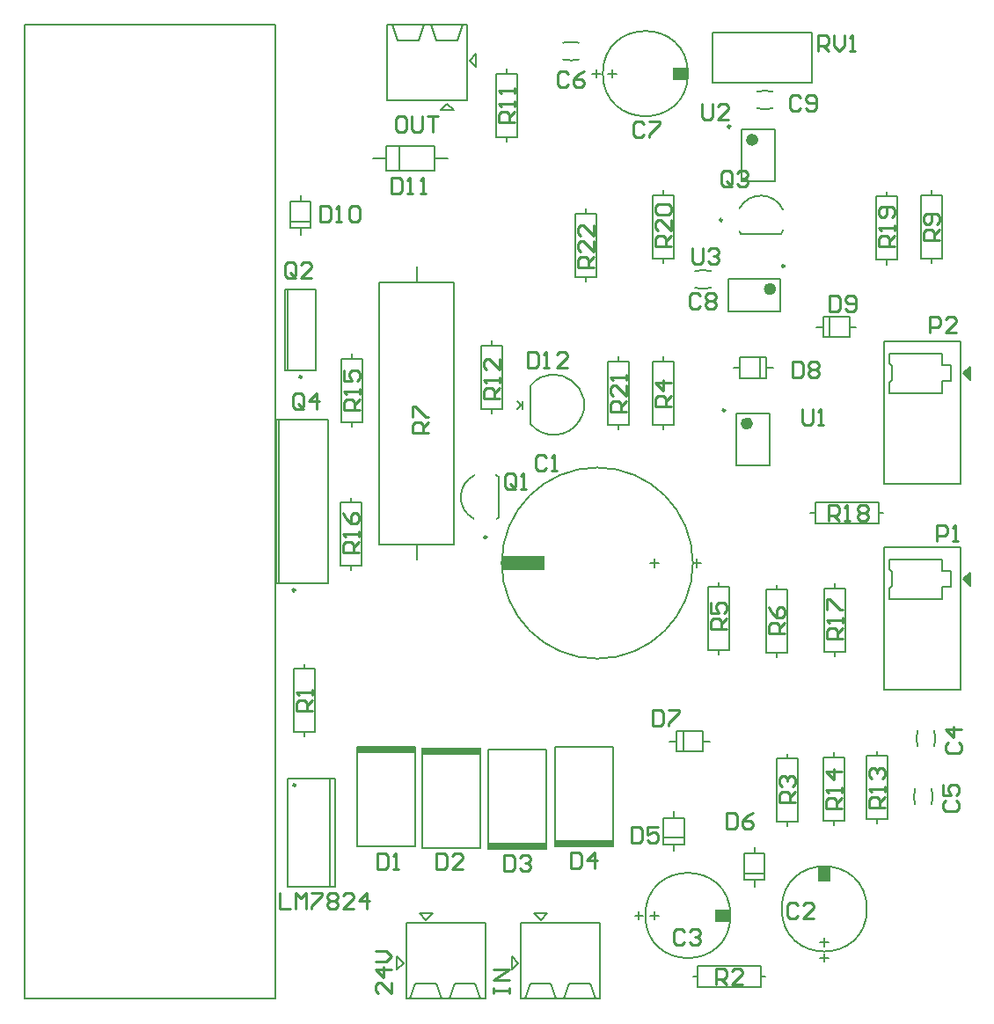
<source format=gto>
G04*
G04 #@! TF.GenerationSoftware,Altium Limited,Altium Designer,20.0.13 (296)*
G04*
G04 Layer_Color=65535*
%FSLAX42Y42*%
%MOMM*%
G71*
G01*
G75*
%ADD10C,0.20*%
%ADD11C,0.25*%
%ADD12C,0.60*%
%ADD13C,0.15*%
%ADD14C,0.13*%
%ADD15C,0.20*%
%ADD16C,0.25*%
%ADD17R,1.40X1.20*%
%ADD18R,4.13X1.40*%
%ADD19R,1.20X1.40*%
%ADD20R,5.60X0.80*%
%ADD21R,5.60X0.80*%
G36*
X9047Y4051D02*
X9111Y4115D01*
Y3988D01*
X9047Y4051D01*
D02*
G37*
G36*
Y6033D02*
X9111Y6096D01*
Y5969D01*
X9047Y6033D01*
D02*
G37*
D10*
X6397Y8915D02*
G03*
X6397Y8915I-410J0D01*
G01*
X5193Y9052D02*
G03*
X5348Y9052I78J290D01*
G01*
Y9211D02*
G03*
X5193Y9211I-78J-290D01*
G01*
X6444Y4204D02*
G03*
X6444Y4204I-920J0D01*
G01*
X4346Y5052D02*
G03*
X4335Y4631I99J-213D01*
G01*
X4579Y5032D02*
G03*
X4544Y5052I-134J-193D01*
G01*
X4555Y4631D02*
G03*
X4579Y4645I-110J208D01*
G01*
X5342Y5560D02*
G03*
X4882Y5912I-237J167D01*
G01*
X4883Y5542D02*
G03*
X5352Y5576I223J186D01*
G01*
X6463Y6854D02*
G03*
X6618Y6854I78J290D01*
G01*
Y7014D02*
G03*
X6463Y7014I-78J-290D01*
G01*
X7215Y8741D02*
G03*
X7060Y8741I-78J-290D01*
G01*
Y8582D02*
G03*
X7215Y8582I78J290D01*
G01*
X8607Y2592D02*
G03*
X8607Y2437I290J-78D01*
G01*
X8767D02*
G03*
X8767Y2592I-290J78D01*
G01*
X8741Y1878D02*
G03*
X8741Y2033I-290J78D01*
G01*
X8582D02*
G03*
X8582Y1878I290J-78D01*
G01*
X8119Y876D02*
G03*
X8119Y876I-410J0D01*
G01*
X6806Y813D02*
G03*
X6806Y813I-410J0D01*
G01*
X6892Y7396D02*
G03*
X6906Y7372I208J110D01*
G01*
X7293D02*
G03*
X7312Y7406I-193J134D01*
G01*
X7312Y7605D02*
G03*
X6892Y7616I-213J-99D01*
G01*
X5627Y8915D02*
X5707D01*
X5667Y8875D02*
Y8955D01*
X5477Y8915D02*
X5557D01*
X5517Y8875D02*
Y8955D01*
X3616Y7985D02*
Y8220D01*
X3362Y8103D02*
X3489D01*
X3954D02*
X4081D01*
X3954Y7985D02*
Y8220D01*
X3489Y7985D02*
X3954D01*
X3489D02*
Y8220D01*
X3954D01*
X2767Y7429D02*
Y7683D01*
X2567Y7429D02*
Y7683D01*
Y7429D02*
X2767D01*
X2567Y7683D02*
X2767D01*
X2567Y7493D02*
X2767D01*
X2667Y7363D02*
Y7429D01*
Y7683D02*
Y7747D01*
X2431Y4010D02*
X2931D01*
X2431Y5589D02*
X2931D01*
Y4010D02*
Y5589D01*
X2431Y4010D02*
Y5589D01*
X2459Y4010D02*
Y5589D01*
X3785Y4236D02*
Y4386D01*
X3425D02*
X4145D01*
Y6906D01*
X3425Y4386D02*
Y6906D01*
X4145D01*
X3785D02*
Y7056D01*
X6484Y4164D02*
Y4244D01*
X6444Y4204D02*
X6524D01*
X6035D02*
X6115D01*
X6075Y4164D02*
Y4244D01*
X4579Y4645D02*
Y5032D01*
X4877Y5550D02*
Y5906D01*
X6786Y6942D02*
X7286D01*
X6786Y6622D02*
X7286D01*
Y6942D01*
X6786Y6622D02*
Y6942D01*
X6914Y7878D02*
Y8378D01*
X7234Y7878D02*
Y8378D01*
X6914D02*
X7234D01*
X6914Y7878D02*
X7234D01*
X6636Y8826D02*
Y9309D01*
X7588D01*
X6636Y8826D02*
X7588D01*
Y9309D01*
X7696Y6377D02*
X7950D01*
X7696Y6577D02*
X7950D01*
X7696Y6377D02*
Y6577D01*
X7950Y6377D02*
Y6577D01*
X7760Y6377D02*
Y6577D01*
X7630Y6477D02*
X7696D01*
X7950D02*
X8014D01*
X6896Y6183D02*
X7150D01*
X6896Y5983D02*
X7150D01*
Y6183D01*
X6896Y5983D02*
Y6183D01*
X7087Y5983D02*
Y6183D01*
X7150Y6083D02*
X7216D01*
X6833D02*
X6896D01*
X6863Y5147D02*
Y5648D01*
X7183Y5147D02*
Y5648D01*
X6863D02*
X7183D01*
X6863Y5147D02*
X7183D01*
X6287Y2389D02*
X6540D01*
X6287Y2589D02*
X6540D01*
X6287Y2389D02*
Y2589D01*
X6540Y2389D02*
Y2589D01*
X6350Y2389D02*
Y2589D01*
X6220Y2489D02*
X6287D01*
X6540D02*
X6604D01*
X6361Y1499D02*
Y1753D01*
X6161Y1499D02*
Y1753D01*
Y1499D02*
X6361D01*
X6161Y1753D02*
X6361D01*
X6161Y1562D02*
X6361D01*
X6261Y1433D02*
Y1499D01*
Y1753D02*
Y1816D01*
X7136Y1156D02*
Y1410D01*
X6936Y1156D02*
Y1410D01*
Y1156D02*
X7136D01*
X6936Y1410D02*
X7136D01*
X6936Y1219D02*
X7136D01*
X7036Y1090D02*
Y1156D01*
Y1410D02*
Y1473D01*
X7709Y516D02*
Y596D01*
X7669Y556D02*
X7749D01*
X7709Y366D02*
Y446D01*
X7669Y406D02*
X7749D01*
X6036Y813D02*
X6116D01*
X6076Y773D02*
Y853D01*
X5886Y813D02*
X5966D01*
X5926Y773D02*
Y853D01*
X5118Y1476D02*
Y2436D01*
X5677Y1476D02*
Y2436D01*
X5118D02*
X5677D01*
X4470Y1450D02*
Y2410D01*
X5030Y1450D02*
Y2410D01*
X4470D02*
X5030D01*
X4395Y1463D02*
Y2423D01*
X3835Y1463D02*
Y2423D01*
Y1463D02*
X4395D01*
X3772Y1476D02*
Y2436D01*
X3213Y1476D02*
Y2436D01*
Y1476D02*
X3772D01*
X2547Y6062D02*
Y6842D01*
X2516Y6062D02*
Y6842D01*
X2816Y6062D02*
Y6842D01*
X2516D02*
X2816D01*
X2516Y6062D02*
X2816D01*
X3003Y1093D02*
Y2133D01*
X2543Y1093D02*
X3003D01*
X2543D02*
Y2133D01*
X3003D01*
X2953Y1093D02*
Y2133D01*
X6906Y7372D02*
X7293D01*
D11*
X2616Y3944D02*
G03*
X2616Y3944I-12J0D01*
G01*
X4458Y4454D02*
G03*
X4458Y4454I-12J0D01*
G01*
X7326Y7064D02*
G03*
X7326Y7064I-12J0D01*
G01*
X6804Y8406D02*
G03*
X6804Y8406I-12J0D01*
G01*
X6753Y5676D02*
G03*
X6753Y5676I-12J0D01*
G01*
X2680Y5997D02*
G03*
X2680Y5997I-12J0D01*
G01*
X2620Y2068D02*
G03*
X2620Y2068I-12J0D01*
G01*
X6727Y7506D02*
G03*
X6727Y7506I-12J0D01*
G01*
D12*
X7216Y6842D02*
G03*
X7216Y6842I-30J0D01*
G01*
X7044Y8278D02*
G03*
X7044Y8278I-30J0D01*
G01*
X6993Y5547D02*
G03*
X6993Y5547I-30J0D01*
G01*
D13*
X4648Y8261D02*
Y8306D01*
Y8915D02*
Y8961D01*
X4547Y8306D02*
Y8915D01*
Y8306D02*
X4750D01*
Y8915D01*
X4547D02*
X4750D01*
X2705Y2533D02*
Y2578D01*
Y3188D02*
Y3233D01*
X2603Y2578D02*
Y3188D01*
Y2578D02*
X2807D01*
Y3188D01*
X2603D02*
X2807D01*
X3150Y4788D02*
Y4833D01*
Y4133D02*
Y4178D01*
X3251D02*
Y4788D01*
X3048D02*
X3251D01*
X3048Y4178D02*
Y4788D01*
Y4178D02*
X3251D01*
X3162Y5517D02*
Y5563D01*
Y6172D02*
Y6217D01*
X3061Y5563D02*
Y6172D01*
Y5563D02*
X3264D01*
Y6172D01*
X3061D02*
X3264D01*
X4508Y5644D02*
Y5690D01*
Y6299D02*
Y6344D01*
X4407Y5690D02*
Y6299D01*
Y5690D02*
X4610D01*
Y6299D01*
X4407D02*
X4610D01*
X6160Y5492D02*
Y5537D01*
Y6147D02*
Y6192D01*
X6058Y5537D02*
Y6147D01*
Y5537D02*
X6261D01*
Y6147D01*
X6058D02*
X6261D01*
X5728Y5492D02*
Y5537D01*
Y6147D02*
Y6192D01*
X5626Y5537D02*
Y6147D01*
Y5537D02*
X5829D01*
Y6147D01*
X5626D02*
X5829D01*
X5410Y6914D02*
Y6960D01*
Y7569D02*
Y7614D01*
X5309Y6960D02*
Y7569D01*
Y6960D02*
X5512D01*
Y7569D01*
X5309D02*
X5512D01*
X6160Y7092D02*
Y7137D01*
Y7747D02*
Y7792D01*
X6058Y7137D02*
Y7747D01*
Y7137D02*
X6261D01*
Y7747D01*
X6058D02*
X6261D01*
X8306Y7734D02*
Y7780D01*
Y7079D02*
Y7125D01*
X8407D02*
Y7734D01*
X8204D02*
X8407D01*
X8204Y7125D02*
Y7734D01*
Y7125D02*
X8407D01*
X8738Y7092D02*
Y7137D01*
Y7747D02*
Y7792D01*
X8636Y7137D02*
Y7747D01*
Y7137D02*
X8839D01*
Y7747D01*
X8636D02*
X8839D01*
X7575Y4686D02*
X7620D01*
X8230D02*
X8275D01*
X7620Y4788D02*
X8230D01*
X7620Y4585D02*
Y4788D01*
Y4585D02*
X8230D01*
Y4788D01*
X6693Y3320D02*
Y3365D01*
Y3975D02*
Y4020D01*
X6591Y3365D02*
Y3975D01*
Y3365D02*
X6794D01*
Y3975D01*
X6591D02*
X6794D01*
X7252Y3950D02*
Y3995D01*
Y3295D02*
Y3340D01*
X7353D02*
Y3950D01*
X7150D02*
X7353D01*
X7150Y3340D02*
Y3950D01*
Y3340D02*
X7353D01*
X7811Y3308D02*
Y3353D01*
Y3962D02*
Y4008D01*
X7709Y3353D02*
Y3962D01*
Y3353D02*
X7912D01*
Y3962D01*
X7709D02*
X7912D01*
X8217Y2350D02*
Y2395D01*
Y1695D02*
Y1740D01*
X8318D02*
Y2350D01*
X8115D02*
X8318D01*
X8115Y1740D02*
Y2350D01*
Y1740D02*
X8318D01*
X7798Y1682D02*
Y1727D01*
Y2337D02*
Y2382D01*
X7696Y1727D02*
Y2337D01*
Y1727D02*
X7899D01*
Y2337D01*
X7696D02*
X7899D01*
X7099Y229D02*
X7145D01*
X6444D02*
X6490D01*
Y127D02*
X7099D01*
Y330D01*
X6490D02*
X7099D01*
X6490Y127D02*
Y330D01*
X7353Y2324D02*
Y2369D01*
Y1669D02*
Y1715D01*
X7455D02*
Y2324D01*
X7252D02*
X7455D01*
X7252Y1715D02*
Y2324D01*
Y1715D02*
X7455D01*
X4801Y5690D02*
Y5766D01*
Y5740D01*
X4750Y5690D01*
X4788Y5728D01*
X4750Y5766D01*
D14*
X4293Y9042D02*
X4356Y9106D01*
Y8979D02*
Y9106D01*
X4293Y9042D02*
X4356Y8979D01*
X4077Y8628D02*
X4140Y8565D01*
X4013D02*
X4140D01*
X4013D02*
X4077Y8628D01*
X3502Y8657D02*
X4267D01*
Y9387D01*
X3502D02*
X4267D01*
X3502Y8657D02*
Y9387D01*
X3927D02*
X3977Y9237D01*
X4177D02*
X4227Y9387D01*
X3977Y9237D02*
X4177D01*
X3552Y9387D02*
X3602Y9237D01*
X3802D02*
X3852Y9387D01*
X3602Y9237D02*
X3802D01*
X9017Y2984D02*
Y4356D01*
X8280D02*
X9017D01*
X9111Y3988D02*
Y4115D01*
X9047Y4051D02*
X9111Y4115D01*
X9047Y4051D02*
X9111Y3988D01*
X8280Y2984D02*
X9017D01*
X8280D02*
Y4356D01*
X8357Y3981D02*
Y4121D01*
X8331Y3861D02*
X8839D01*
Y3975D01*
X8928D01*
Y4128D01*
X8839D02*
X8928D01*
X8839D02*
Y4242D01*
X8331D02*
X8839D01*
X8331Y3956D02*
X8357Y3981D01*
X8331Y3861D02*
Y3956D01*
Y4147D02*
X8357Y4121D01*
X8331Y4147D02*
Y4242D01*
X9017Y4966D02*
Y6337D01*
X8280D02*
X9017D01*
X9111Y5969D02*
Y6096D01*
X9047Y6033D02*
X9111Y6096D01*
X9047Y6033D02*
X9111Y5969D01*
X8280Y4966D02*
X9017D01*
X8280D02*
Y6337D01*
X8357Y5963D02*
Y6102D01*
X8331Y5842D02*
X8839D01*
Y5956D01*
X8928D01*
Y6109D01*
X8839D02*
X8928D01*
X8839D02*
Y6223D01*
X8331D02*
X8839D01*
X8331Y5937D02*
X8357Y5963D01*
X8331Y5842D02*
Y5937D01*
Y6128D02*
X8357Y6102D01*
X8331Y6128D02*
Y6223D01*
X4699Y292D02*
X4762Y356D01*
X4699Y292D02*
Y419D01*
X4762Y356D01*
X4915Y833D02*
X4978Y770D01*
X4915Y833D02*
X5042D01*
X4978Y770D02*
X5042Y833D01*
X4788Y741D02*
X5553D01*
X4788Y11D02*
Y741D01*
Y11D02*
X5553D01*
Y741D01*
X5078Y161D02*
X5128Y11D01*
X4828D02*
X4878Y161D01*
X5078D01*
X5453D02*
X5503Y11D01*
X5203D02*
X5253Y161D01*
X5453D01*
X3594Y292D02*
X3658Y356D01*
X3594Y292D02*
Y419D01*
X3658Y356D01*
X3810Y833D02*
X3874Y770D01*
X3810Y833D02*
X3937D01*
X3874Y770D02*
X3937Y833D01*
X3683Y741D02*
X4449D01*
X3683Y11D02*
Y741D01*
Y11D02*
X4449D01*
Y741D01*
X3974Y161D02*
X4024Y11D01*
X3723D02*
X3774Y161D01*
X3974D01*
X4349D02*
X4398Y11D01*
X4098D02*
X4149Y161D01*
X4349D01*
D15*
X15Y15D02*
Y9383D01*
X2426D01*
Y13D02*
Y9383D01*
X13Y13D02*
X2426D01*
D16*
X5029Y5220D02*
X5004Y5245D01*
X4953D01*
X4928Y5220D01*
Y5118D01*
X4953Y5093D01*
X5004D01*
X5029Y5118D01*
X5080Y5093D02*
X5131D01*
X5105D01*
Y5245D01*
X5080Y5220D01*
X6439Y7239D02*
Y7112D01*
X6464Y7087D01*
X6515D01*
X6541Y7112D01*
Y7239D01*
X6591Y7214D02*
X6617Y7239D01*
X6667D01*
X6693Y7214D01*
Y7188D01*
X6667Y7163D01*
X6642D01*
X6667D01*
X6693Y7137D01*
Y7112D01*
X6667Y7087D01*
X6617D01*
X6591Y7112D01*
X6528Y8623D02*
Y8496D01*
X6553Y8471D01*
X6604D01*
X6629Y8496D01*
Y8623D01*
X6782Y8471D02*
X6680D01*
X6782Y8572D01*
Y8598D01*
X6756Y8623D01*
X6706D01*
X6680Y8598D01*
X7493Y5690D02*
Y5563D01*
X7518Y5537D01*
X7569D01*
X7595Y5563D01*
Y5690D01*
X7645Y5537D02*
X7696D01*
X7671D01*
Y5690D01*
X7645Y5664D01*
X7645Y9131D02*
Y9284D01*
X7722D01*
X7747Y9258D01*
Y9207D01*
X7722Y9182D01*
X7645D01*
X7696D02*
X7747Y9131D01*
X7798Y9284D02*
Y9182D01*
X7849Y9131D01*
X7899Y9182D01*
Y9284D01*
X7950Y9131D02*
X8001D01*
X7976D01*
Y9284D01*
X7950Y9258D01*
X5486Y7049D02*
X5334D01*
Y7125D01*
X5359Y7150D01*
X5410D01*
X5436Y7125D01*
Y7049D01*
Y7099D02*
X5486Y7150D01*
Y7302D02*
Y7201D01*
X5385Y7302D01*
X5359D01*
X5334Y7277D01*
Y7226D01*
X5359Y7201D01*
X5486Y7455D02*
Y7353D01*
X5385Y7455D01*
X5359D01*
X5334Y7429D01*
Y7379D01*
X5359Y7353D01*
X5804Y5664D02*
X5652D01*
Y5740D01*
X5677Y5766D01*
X5728D01*
X5753Y5740D01*
Y5664D01*
Y5715D02*
X5804Y5766D01*
Y5918D02*
Y5817D01*
X5702Y5918D01*
X5677D01*
X5652Y5893D01*
Y5842D01*
X5677Y5817D01*
X5804Y5969D02*
Y6020D01*
Y5994D01*
X5652D01*
X5677Y5969D01*
X6236Y7252D02*
X6083D01*
Y7328D01*
X6109Y7353D01*
X6160D01*
X6185Y7328D01*
Y7252D01*
Y7303D02*
X6236Y7353D01*
Y7506D02*
Y7404D01*
X6134Y7506D01*
X6109D01*
X6083Y7480D01*
Y7430D01*
X6109Y7404D01*
Y7556D02*
X6083Y7582D01*
Y7633D01*
X6109Y7658D01*
X6210D01*
X6236Y7633D01*
Y7582D01*
X6210Y7556D01*
X6109D01*
X8382Y7252D02*
X8230D01*
Y7328D01*
X8255Y7353D01*
X8306D01*
X8331Y7328D01*
Y7252D01*
Y7303D02*
X8382Y7353D01*
Y7404D02*
Y7455D01*
Y7430D01*
X8230D01*
X8255Y7404D01*
X8357Y7531D02*
X8382Y7556D01*
Y7607D01*
X8357Y7633D01*
X8255D01*
X8230Y7607D01*
Y7556D01*
X8255Y7531D01*
X8280D01*
X8306Y7556D01*
Y7633D01*
X7747Y4610D02*
Y4762D01*
X7823D01*
X7849Y4737D01*
Y4686D01*
X7823Y4661D01*
X7747D01*
X7798D02*
X7849Y4610D01*
X7899D02*
X7950D01*
X7925D01*
Y4762D01*
X7899Y4737D01*
X8026D02*
X8052Y4762D01*
X8103D01*
X8128Y4737D01*
Y4712D01*
X8103Y4686D01*
X8128Y4661D01*
Y4636D01*
X8103Y4610D01*
X8052D01*
X8026Y4636D01*
Y4661D01*
X8052Y4686D01*
X8026Y4712D01*
Y4737D01*
X8052Y4686D02*
X8103D01*
X7887Y3480D02*
X7734D01*
Y3556D01*
X7760Y3581D01*
X7811D01*
X7836Y3556D01*
Y3480D01*
Y3531D02*
X7887Y3581D01*
Y3632D02*
Y3683D01*
Y3658D01*
X7734D01*
X7760Y3632D01*
X7734Y3759D02*
Y3861D01*
X7760D01*
X7861Y3759D01*
X7887D01*
X3226Y4305D02*
X3073D01*
Y4382D01*
X3099Y4407D01*
X3150D01*
X3175Y4382D01*
Y4305D01*
Y4356D02*
X3226Y4407D01*
Y4458D02*
Y4508D01*
Y4483D01*
X3073D01*
X3099Y4458D01*
X3073Y4686D02*
X3099Y4635D01*
X3150Y4585D01*
X3200D01*
X3226Y4610D01*
Y4661D01*
X3200Y4686D01*
X3175D01*
X3150Y4661D01*
Y4585D01*
X3238Y5677D02*
X3086D01*
Y5753D01*
X3112Y5779D01*
X3162D01*
X3188Y5753D01*
Y5677D01*
Y5728D02*
X3238Y5779D01*
Y5829D02*
Y5880D01*
Y5855D01*
X3086D01*
X3112Y5829D01*
X3086Y6058D02*
Y5956D01*
X3162D01*
X3137Y6007D01*
Y6032D01*
X3162Y6058D01*
X3213D01*
X3238Y6032D01*
Y5982D01*
X3213Y5956D01*
X7874Y1842D02*
X7722D01*
Y1918D01*
X7747Y1943D01*
X7798D01*
X7823Y1918D01*
Y1842D01*
Y1892D02*
X7874Y1943D01*
Y1994D02*
Y2045D01*
Y2019D01*
X7722D01*
X7747Y1994D01*
X7874Y2197D02*
X7722D01*
X7798Y2121D01*
Y2222D01*
X8293Y1854D02*
X8141D01*
Y1930D01*
X8166Y1956D01*
X8217D01*
X8242Y1930D01*
Y1854D01*
Y1905D02*
X8293Y1956D01*
Y2007D02*
Y2057D01*
Y2032D01*
X8141D01*
X8166Y2007D01*
Y2134D02*
X8141Y2159D01*
Y2210D01*
X8166Y2235D01*
X8192D01*
X8217Y2210D01*
Y2184D01*
Y2210D01*
X8242Y2235D01*
X8268D01*
X8293Y2210D01*
Y2159D01*
X8268Y2134D01*
X4585Y5791D02*
X4432D01*
Y5867D01*
X4458Y5893D01*
X4508D01*
X4534Y5867D01*
Y5791D01*
Y5842D02*
X4585Y5893D01*
Y5944D02*
Y5994D01*
Y5969D01*
X4432D01*
X4458Y5944D01*
X4585Y6172D02*
Y6071D01*
X4483Y6172D01*
X4458D01*
X4432Y6147D01*
Y6096D01*
X4458Y6071D01*
X4724Y8446D02*
X4572D01*
Y8522D01*
X4597Y8547D01*
X4648D01*
X4674Y8522D01*
Y8446D01*
Y8496D02*
X4724Y8547D01*
Y8598D02*
Y8649D01*
Y8623D01*
X4572D01*
X4597Y8598D01*
X4724Y8725D02*
Y8776D01*
Y8750D01*
X4572D01*
X4597Y8725D01*
X8814Y7315D02*
X8661D01*
Y7391D01*
X8687Y7417D01*
X8738D01*
X8763Y7391D01*
Y7315D01*
Y7366D02*
X8814Y7417D01*
X8788Y7468D02*
X8814Y7493D01*
Y7544D01*
X8788Y7569D01*
X8687D01*
X8661Y7544D01*
Y7493D01*
X8687Y7468D01*
X8712D01*
X8738Y7493D01*
Y7569D01*
X3899Y5461D02*
X3747D01*
Y5537D01*
X3772Y5563D01*
X3823D01*
X3848Y5537D01*
Y5461D01*
Y5512D02*
X3899Y5563D01*
X3747Y5613D02*
Y5715D01*
X3772D01*
X3873Y5613D01*
X3899D01*
X7328Y3531D02*
X7176D01*
Y3607D01*
X7201Y3632D01*
X7252D01*
X7277Y3607D01*
Y3531D01*
Y3581D02*
X7328Y3632D01*
X7176Y3785D02*
X7201Y3734D01*
X7252Y3683D01*
X7302D01*
X7328Y3708D01*
Y3759D01*
X7302Y3785D01*
X7277D01*
X7252Y3759D01*
Y3683D01*
X6769Y3569D02*
X6617D01*
Y3645D01*
X6642Y3670D01*
X6693D01*
X6718Y3645D01*
Y3569D01*
Y3620D02*
X6769Y3670D01*
X6617Y3823D02*
Y3721D01*
X6693D01*
X6668Y3772D01*
Y3797D01*
X6693Y3823D01*
X6744D01*
X6769Y3797D01*
Y3746D01*
X6744Y3721D01*
X6236Y5715D02*
X6083D01*
Y5791D01*
X6109Y5817D01*
X6160D01*
X6185Y5791D01*
Y5715D01*
Y5766D02*
X6236Y5817D01*
Y5944D02*
X6083D01*
X6160Y5867D01*
Y5969D01*
X7429Y1905D02*
X7277D01*
Y1981D01*
X7303Y2007D01*
X7353D01*
X7379Y1981D01*
Y1905D01*
Y1956D02*
X7429Y2007D01*
X7303Y2057D02*
X7277Y2083D01*
Y2134D01*
X7303Y2159D01*
X7328D01*
X7353Y2134D01*
Y2108D01*
Y2134D01*
X7379Y2159D01*
X7404D01*
X7429Y2134D01*
Y2083D01*
X7404Y2057D01*
X6668Y152D02*
Y305D01*
X6744D01*
X6769Y279D01*
Y229D01*
X6744Y203D01*
X6668D01*
X6718D02*
X6769Y152D01*
X6921D02*
X6820D01*
X6921Y254D01*
Y279D01*
X6896Y305D01*
X6845D01*
X6820Y279D01*
X2781Y2781D02*
X2629D01*
Y2858D01*
X2654Y2883D01*
X2705D01*
X2730Y2858D01*
Y2781D01*
Y2832D02*
X2781Y2883D01*
Y2934D02*
Y2984D01*
Y2959D01*
X2629D01*
X2654Y2934D01*
X2692Y5715D02*
Y5817D01*
X2667Y5842D01*
X2616D01*
X2591Y5817D01*
Y5715D01*
X2616Y5690D01*
X2667D01*
X2642Y5740D02*
X2692Y5690D01*
X2667D02*
X2692Y5715D01*
X2819Y5690D02*
Y5842D01*
X2743Y5766D01*
X2845D01*
X6817Y7854D02*
Y7955D01*
X6792Y7981D01*
X6741D01*
X6716Y7955D01*
Y7854D01*
X6741Y7828D01*
X6792D01*
X6767Y7879D02*
X6817Y7828D01*
X6792D02*
X6817Y7854D01*
X6868Y7955D02*
X6894Y7981D01*
X6944D01*
X6970Y7955D01*
Y7930D01*
X6944Y7904D01*
X6919D01*
X6944D01*
X6970Y7879D01*
Y7854D01*
X6944Y7828D01*
X6894D01*
X6868Y7854D01*
X2616Y6970D02*
Y7071D01*
X2591Y7097D01*
X2540D01*
X2515Y7071D01*
Y6970D01*
X2540Y6944D01*
X2591D01*
X2565Y6995D02*
X2616Y6944D01*
X2591D02*
X2616Y6970D01*
X2769Y6944D02*
X2667D01*
X2769Y7046D01*
Y7071D01*
X2743Y7097D01*
X2692D01*
X2667Y7071D01*
X4737Y4940D02*
Y5042D01*
X4712Y5067D01*
X4661D01*
X4636Y5042D01*
Y4940D01*
X4661Y4915D01*
X4712D01*
X4686Y4966D02*
X4737Y4915D01*
X4712D02*
X4737Y4940D01*
X4788Y4915D02*
X4839D01*
X4813D01*
Y5067D01*
X4788Y5042D01*
X8725Y6426D02*
Y6579D01*
X8801D01*
X8827Y6553D01*
Y6502D01*
X8801Y6477D01*
X8725D01*
X8979Y6426D02*
X8877D01*
X8979Y6528D01*
Y6553D01*
X8953Y6579D01*
X8903D01*
X8877Y6553D01*
X8788Y4420D02*
Y4572D01*
X8865D01*
X8890Y4547D01*
Y4496D01*
X8865Y4470D01*
X8788D01*
X8941Y4420D02*
X8992D01*
X8966D01*
Y4572D01*
X8941Y4547D01*
X3658Y8509D02*
X3607D01*
X3581Y8484D01*
Y8382D01*
X3607Y8357D01*
X3658D01*
X3683Y8382D01*
Y8484D01*
X3658Y8509D01*
X3734D02*
Y8382D01*
X3759Y8357D01*
X3810D01*
X3835Y8382D01*
Y8509D01*
X3886D02*
X3988D01*
X3937D01*
Y8357D01*
X2464Y1029D02*
Y876D01*
X2566D01*
X2616D02*
Y1029D01*
X2667Y978D01*
X2718Y1029D01*
Y876D01*
X2769Y1029D02*
X2870D01*
Y1003D01*
X2769Y902D01*
Y876D01*
X2921Y1003D02*
X2946Y1029D01*
X2997D01*
X3023Y1003D01*
Y978D01*
X2997Y952D01*
X3023Y927D01*
Y902D01*
X2997Y876D01*
X2946D01*
X2921Y902D01*
Y927D01*
X2946Y952D01*
X2921Y978D01*
Y1003D01*
X2946Y952D02*
X2997D01*
X3175Y876D02*
X3073D01*
X3175Y978D01*
Y1003D01*
X3150Y1029D01*
X3099D01*
X3073Y1003D01*
X3302Y876D02*
Y1029D01*
X3226Y952D01*
X3327D01*
X4521Y64D02*
Y114D01*
Y89D01*
X4674D01*
Y64D01*
Y114D01*
Y190D02*
X4521D01*
X4674Y292D01*
X4521D01*
X4851Y6236D02*
Y6083D01*
X4928D01*
X4953Y6109D01*
Y6210D01*
X4928Y6236D01*
X4851D01*
X5004Y6083D02*
X5055D01*
X5029D01*
Y6236D01*
X5004Y6210D01*
X5232Y6083D02*
X5131D01*
X5232Y6185D01*
Y6210D01*
X5207Y6236D01*
X5156D01*
X5131Y6210D01*
X3543Y7912D02*
Y7760D01*
X3620D01*
X3645Y7785D01*
Y7887D01*
X3620Y7912D01*
X3543D01*
X3696Y7760D02*
X3746D01*
X3721D01*
Y7912D01*
X3696Y7887D01*
X3823Y7760D02*
X3873D01*
X3848D01*
Y7912D01*
X3823Y7887D01*
X2858Y7645D02*
Y7493D01*
X2934D01*
X2959Y7518D01*
Y7620D01*
X2934Y7645D01*
X2858D01*
X3010Y7493D02*
X3061D01*
X3035D01*
Y7645D01*
X3010Y7620D01*
X3137D02*
X3162Y7645D01*
X3213D01*
X3238Y7620D01*
Y7518D01*
X3213Y7493D01*
X3162D01*
X3137Y7518D01*
Y7620D01*
X7760Y6782D02*
Y6629D01*
X7836D01*
X7861Y6655D01*
Y6756D01*
X7836Y6782D01*
X7760D01*
X7912Y6655D02*
X7937Y6629D01*
X7988D01*
X8014Y6655D01*
Y6756D01*
X7988Y6782D01*
X7937D01*
X7912Y6756D01*
Y6731D01*
X7937Y6706D01*
X8014D01*
X7404Y6147D02*
Y5994D01*
X7480D01*
X7506Y6020D01*
Y6121D01*
X7480Y6147D01*
X7404D01*
X7556Y6121D02*
X7582Y6147D01*
X7633D01*
X7658Y6121D01*
Y6096D01*
X7633Y6071D01*
X7658Y6045D01*
Y6020D01*
X7633Y5994D01*
X7582D01*
X7556Y6020D01*
Y6045D01*
X7582Y6071D01*
X7556Y6096D01*
Y6121D01*
X7582Y6071D02*
X7633D01*
X6058Y2794D02*
Y2642D01*
X6134D01*
X6160Y2667D01*
Y2769D01*
X6134Y2794D01*
X6058D01*
X6210D02*
X6312D01*
Y2769D01*
X6210Y2667D01*
Y2642D01*
X6769Y1803D02*
Y1651D01*
X6845D01*
X6871Y1676D01*
Y1778D01*
X6845Y1803D01*
X6769D01*
X7023D02*
X6972Y1778D01*
X6921Y1727D01*
Y1676D01*
X6947Y1651D01*
X6998D01*
X7023Y1676D01*
Y1702D01*
X6998Y1727D01*
X6921D01*
X5855Y1664D02*
Y1511D01*
X5931D01*
X5956Y1537D01*
Y1638D01*
X5931Y1664D01*
X5855D01*
X6109D02*
X6007D01*
Y1588D01*
X6058Y1613D01*
X6083D01*
X6109Y1588D01*
Y1537D01*
X6083Y1511D01*
X6032D01*
X6007Y1537D01*
X5271Y1422D02*
Y1270D01*
X5347D01*
X5372Y1295D01*
Y1397D01*
X5347Y1422D01*
X5271D01*
X5499Y1270D02*
Y1422D01*
X5423Y1346D01*
X5524D01*
X4623Y1397D02*
Y1245D01*
X4699D01*
X4724Y1270D01*
Y1372D01*
X4699Y1397D01*
X4623D01*
X4775Y1372D02*
X4801Y1397D01*
X4851D01*
X4877Y1372D01*
Y1346D01*
X4851Y1321D01*
X4826D01*
X4851D01*
X4877Y1295D01*
Y1270D01*
X4851Y1245D01*
X4801D01*
X4775Y1270D01*
X3975Y1410D02*
Y1257D01*
X4051D01*
X4077Y1283D01*
Y1384D01*
X4051Y1410D01*
X3975D01*
X4229Y1257D02*
X4127D01*
X4229Y1359D01*
Y1384D01*
X4204Y1410D01*
X4153D01*
X4127Y1384D01*
X3404Y1410D02*
Y1257D01*
X3480D01*
X3505Y1283D01*
Y1384D01*
X3480Y1410D01*
X3404D01*
X3556Y1257D02*
X3607D01*
X3581D01*
Y1410D01*
X3556Y1384D01*
X7480Y8687D02*
X7455Y8712D01*
X7404D01*
X7379Y8687D01*
Y8585D01*
X7404Y8560D01*
X7455D01*
X7480Y8585D01*
X7531D02*
X7556Y8560D01*
X7607D01*
X7633Y8585D01*
Y8687D01*
X7607Y8712D01*
X7556D01*
X7531Y8687D01*
Y8661D01*
X7556Y8636D01*
X7633D01*
X6515Y6782D02*
X6490Y6807D01*
X6439D01*
X6414Y6782D01*
Y6680D01*
X6439Y6655D01*
X6490D01*
X6515Y6680D01*
X6566Y6782D02*
X6591Y6807D01*
X6642D01*
X6667Y6782D01*
Y6756D01*
X6642Y6731D01*
X6667Y6706D01*
Y6680D01*
X6642Y6655D01*
X6591D01*
X6566Y6680D01*
Y6706D01*
X6591Y6731D01*
X6566Y6756D01*
Y6782D01*
X6591Y6731D02*
X6642D01*
X5969Y8433D02*
X5944Y8458D01*
X5893D01*
X5867Y8433D01*
Y8331D01*
X5893Y8306D01*
X5944D01*
X5969Y8331D01*
X6020Y8458D02*
X6121D01*
Y8433D01*
X6020Y8331D01*
Y8306D01*
X5245Y8915D02*
X5220Y8941D01*
X5169D01*
X5144Y8915D01*
Y8814D01*
X5169Y8788D01*
X5220D01*
X5245Y8814D01*
X5397Y8941D02*
X5347Y8915D01*
X5296Y8865D01*
Y8814D01*
X5321Y8788D01*
X5372D01*
X5397Y8814D01*
Y8839D01*
X5372Y8865D01*
X5296D01*
X8877Y1918D02*
X8852Y1892D01*
Y1842D01*
X8877Y1816D01*
X8979D01*
X9004Y1842D01*
Y1892D01*
X8979Y1918D01*
X8852Y2070D02*
Y1968D01*
X8928D01*
X8903Y2019D01*
Y2045D01*
X8928Y2070D01*
X8979D01*
X9004Y2045D01*
Y1994D01*
X8979Y1968D01*
X8903Y2477D02*
X8877Y2451D01*
Y2400D01*
X8903Y2375D01*
X9004D01*
X9030Y2400D01*
Y2451D01*
X9004Y2477D01*
X9030Y2603D02*
X8877D01*
X8954Y2527D01*
Y2629D01*
X6363Y660D02*
X6337Y686D01*
X6287D01*
X6261Y660D01*
Y559D01*
X6287Y533D01*
X6337D01*
X6363Y559D01*
X6413Y660D02*
X6439Y686D01*
X6490D01*
X6515Y660D01*
Y635D01*
X6490Y610D01*
X6464D01*
X6490D01*
X6515Y584D01*
Y559D01*
X6490Y533D01*
X6439D01*
X6413Y559D01*
X7455Y914D02*
X7430Y940D01*
X7379D01*
X7353Y914D01*
Y813D01*
X7379Y787D01*
X7430D01*
X7455Y813D01*
X7607Y787D02*
X7506D01*
X7607Y889D01*
Y914D01*
X7582Y940D01*
X7531D01*
X7506Y914D01*
X3543Y165D02*
Y64D01*
X3442Y165D01*
X3416D01*
X3391Y140D01*
Y89D01*
X3416Y64D01*
X3543Y292D02*
X3391D01*
X3467Y216D01*
Y317D01*
X3391Y368D02*
X3492D01*
X3543Y419D01*
X3492Y470D01*
X3391D01*
D17*
X6317Y8915D02*
D03*
X6726Y813D02*
D03*
D18*
X4811Y4204D02*
D03*
D19*
X7709Y1206D02*
D03*
D20*
X5397Y1506D02*
D03*
X4750Y1480D02*
D03*
D21*
X4115Y2393D02*
D03*
X3492Y2406D02*
D03*
M02*

</source>
